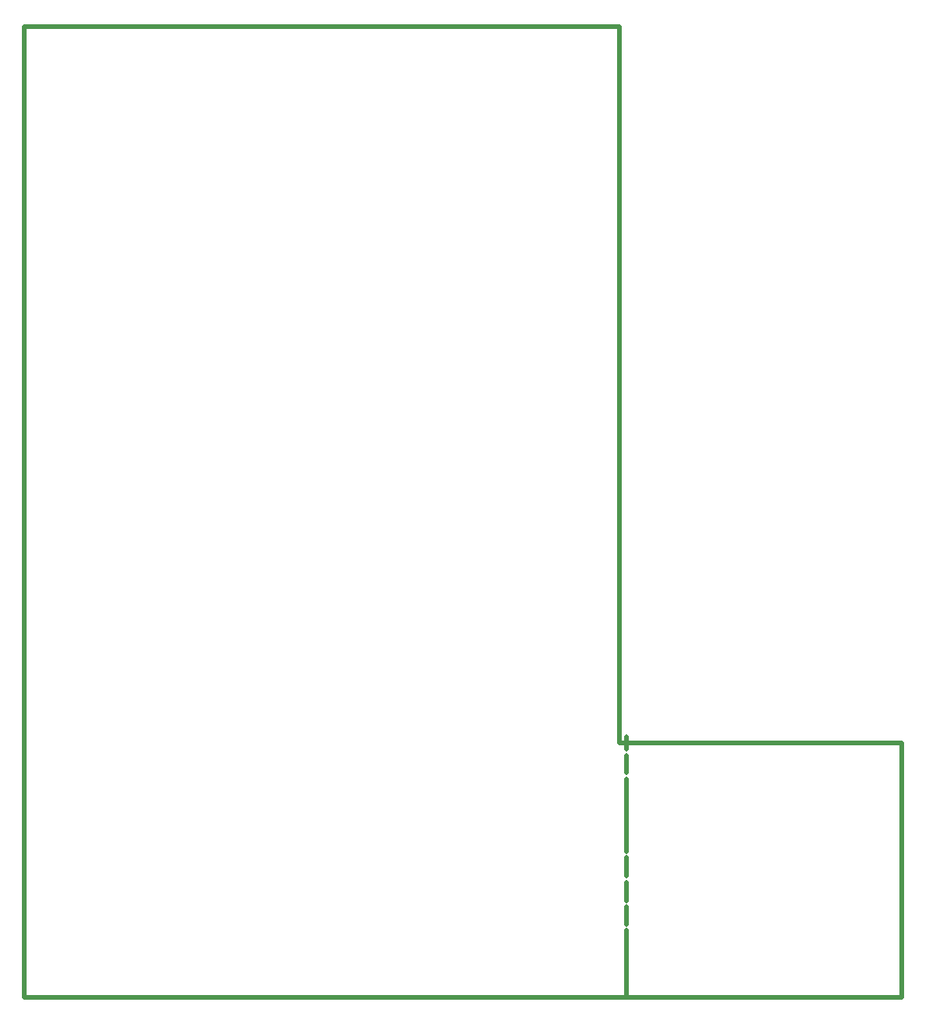
<source format=gm1>
G04*
G04 #@! TF.GenerationSoftware,Altium Limited,Altium Designer,23.11.1 (41)*
G04*
G04 Layer_Color=16711935*
%FSLAX25Y25*%
%MOIN*%
G70*
G04*
G04 #@! TF.SameCoordinates,F81B5662-C64E-47A4-8FBC-E69FC3E7E543*
G04*
G04*
G04 #@! TF.FilePolarity,Positive*
G04*
G01*
G75*
%ADD105C,0.01968*%
D105*
X0Y0D02*
Y413386D01*
X253618D01*
Y108268D02*
Y413386D01*
Y108268D02*
X374016D01*
Y0D02*
Y108268D01*
X335Y0D02*
X374016D01*
X256500D02*
Y28500D01*
Y95500D02*
Y103000D01*
Y105500D02*
Y111000D01*
Y62000D02*
Y93000D01*
Y51500D02*
Y59500D01*
Y41000D02*
Y49000D01*
Y31000D02*
Y38500D01*
Y0D02*
Y28500D01*
M02*

</source>
